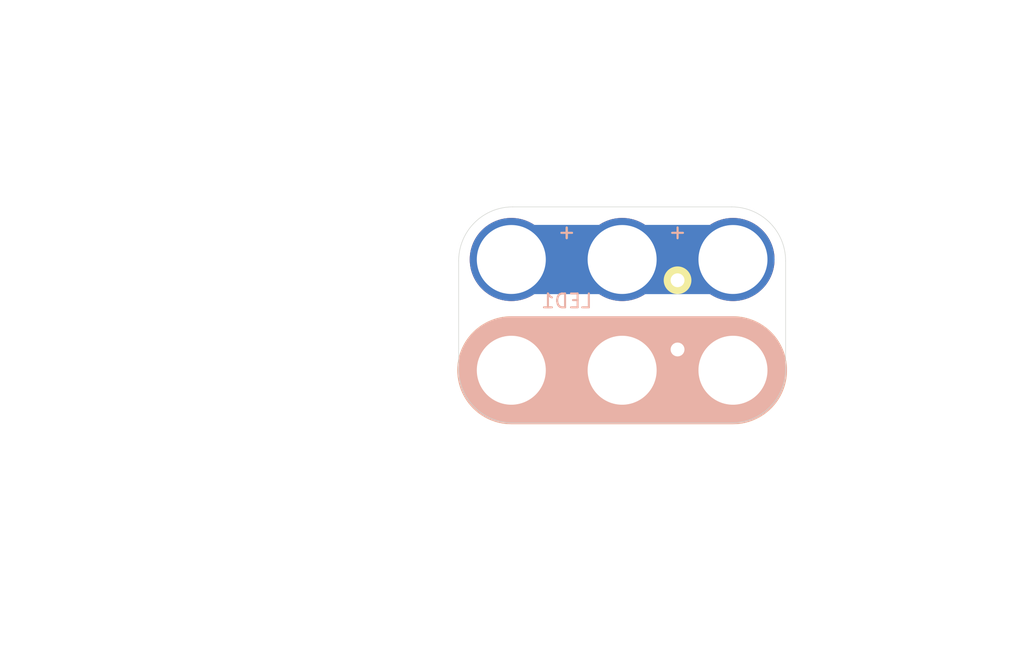
<source format=kicad_pcb>
(kicad_pcb (version 4) (host pcbnew 4.0.4+e1-6308~48~ubuntu16.04.1-stable)

  (general
    (links 6)
    (no_connects 6)
    (area 0 0 0 0)
    (thickness 1.6)
    (drawings 17)
    (tracks 0)
    (zones 0)
    (modules 1)
    (nets 3)
  )

  (page USLetter)
  (title_block
    (title "2x3 Magnet-compatible LED Module")
    (date "19 Dec 2016")
    (rev 1.0)
    (company "All rights reserved.")
    (comment 1 help@browndoggadgets.com)
    (comment 2 http://browndoggadgets.com/)
    (comment 3 "Brown Dog Gadgets")
  )

  (layers
    (0 F.Cu signal)
    (31 B.Cu signal)
    (34 B.Paste user)
    (35 F.Paste user)
    (36 B.SilkS user)
    (37 F.SilkS user)
    (38 B.Mask user)
    (39 F.Mask user)
    (44 Edge.Cuts user)
    (46 B.CrtYd user)
    (47 F.CrtYd user)
    (48 B.Fab user)
    (49 F.Fab user)
  )

  (setup
    (last_trace_width 0.254)
    (user_trace_width 0.1524)
    (user_trace_width 0.254)
    (user_trace_width 0.3302)
    (user_trace_width 0.508)
    (user_trace_width 0.762)
    (user_trace_width 1.27)
    (trace_clearance 0.254)
    (zone_clearance 0.508)
    (zone_45_only no)
    (trace_min 0.1524)
    (segment_width 0.1524)
    (edge_width 0.1524)
    (via_size 0.6858)
    (via_drill 0.3302)
    (via_min_size 0.6858)
    (via_min_drill 0.3302)
    (user_via 0.6858 0.3302)
    (user_via 0.762 0.4064)
    (user_via 0.8636 0.508)
    (uvia_size 0.6858)
    (uvia_drill 0.3302)
    (uvias_allowed no)
    (uvia_min_size 0)
    (uvia_min_drill 0)
    (pcb_text_width 0.1524)
    (pcb_text_size 1.016 1.016)
    (mod_edge_width 0.1524)
    (mod_text_size 1.016 1.016)
    (mod_text_width 0.1524)
    (pad_size 1.524 1.524)
    (pad_drill 0.762)
    (pad_to_mask_clearance 0.0762)
    (solder_mask_min_width 0.1016)
    (pad_to_paste_clearance -0.0762)
    (aux_axis_origin 0 0)
    (visible_elements FFFEDF7D)
    (pcbplotparams
      (layerselection 0x310fc_80000001)
      (usegerberextensions true)
      (excludeedgelayer true)
      (linewidth 0.100000)
      (plotframeref false)
      (viasonmask false)
      (mode 1)
      (useauxorigin false)
      (hpglpennumber 1)
      (hpglpenspeed 20)
      (hpglpendiameter 15)
      (hpglpenoverlay 2)
      (psnegative false)
      (psa4output false)
      (plotreference true)
      (plotvalue true)
      (plotinvisibletext false)
      (padsonsilk false)
      (subtractmaskfromsilk false)
      (outputformat 1)
      (mirror false)
      (drillshape 0)
      (scaleselection 1)
      (outputdirectory gerbers))
  )

  (net 0 "")
  (net 1 VCC)
  (net 2 GND)

  (net_class Default "This is the default net class."
    (clearance 0.254)
    (trace_width 0.254)
    (via_dia 0.6858)
    (via_drill 0.3302)
    (uvia_dia 0.6858)
    (uvia_drill 0.3302)
    (add_net GND)
    (add_net VCC)
  )

  (module Rewire_Circuits:LED-10MMD-5MMP-TH-2x3 (layer F.Cu) (tedit 58531CB3) (tstamp 58585658)
    (at 149.48 101.6)
    (descr "10mm LED 5mm pitch through hole center polarized")
    (path /58584EA3)
    (fp_text reference LED1 (at -4 -5 180) (layer B.SilkS)
      (effects (font (size 1 1) (thickness 0.15)) (justify mirror))
    )
    (fp_text value GREEN (at 4 -4) (layer F.Fab) hide
      (effects (font (size 1 1) (thickness 0.15)))
    )
    (fp_circle (center 4 -4) (end 8 1) (layer F.Fab) (width 0.04064))
    (fp_text user %R (at 0 -3.99) (layer F.Fab)
      (effects (font (size 1 1) (thickness 0.15)))
    )
    (fp_line (start 8 -8) (end -8 -8) (layer B.Mask) (width 5))
    (fp_line (start -8 0) (end 8 0) (layer F.SilkS) (width 7.8))
    (fp_text user + (at 4 -10) (layer F.SilkS)
      (effects (font (size 1 1) (thickness 0.15)))
    )
    (fp_text user + (at 4 -10) (layer B.SilkS)
      (effects (font (size 1 1) (thickness 0.15)) (justify mirror))
    )
    (fp_text user - (at 4 3) (layer F.SilkS)
      (effects (font (size 1 1) (thickness 0.15)))
    )
    (fp_line (start 8 -8) (end -8 -8) (layer B.Cu) (width 5))
    (fp_line (start 8 0) (end -8 0) (layer B.Mask) (width 5))
    (fp_line (start 8 0) (end -8 0) (layer B.Cu) (width 5))
    (fp_line (start 7.9 -11.8) (end -7.9 -11.8) (layer Edge.Cuts) (width 0.04064))
    (fp_line (start 7.9 3.8) (end -7.9 3.8) (layer Edge.Cuts) (width 0.04064))
    (fp_line (start 11.8 -0.1) (end 11.8 -7.9) (layer Edge.Cuts) (width 0.04064))
    (fp_line (start -11.8 -0.1) (end -11.8 -7.9) (layer Edge.Cuts) (width 0.04064))
    (fp_arc (start 7.9 -7.9) (end 7.9 -11.8) (angle 90) (layer Edge.Cuts) (width 0.04064))
    (fp_arc (start 7.9 -0.1) (end 11.8 -0.1) (angle 90) (layer Edge.Cuts) (width 0.04064))
    (fp_arc (start -7.9 -0.1) (end -7.9 3.8) (angle 90) (layer Edge.Cuts) (width 0.04064))
    (fp_arc (start -7.9 -7.9) (end -11.8 -7.9) (angle 90) (layer Edge.Cuts) (width 0.04064))
    (fp_line (start 7.9 -11.8) (end -7.9 -11.8) (layer F.Fab) (width 0.04064))
    (fp_line (start 7.9 3.8) (end -7.9 3.8) (layer F.Fab) (width 0.04064))
    (fp_line (start 11.8 -0.1) (end 11.8 -7.9) (layer F.Fab) (width 0.04064))
    (fp_line (start -11.8 -0.1) (end -11.8 -7.9) (layer F.Fab) (width 0.04064))
    (fp_arc (start 7.9 -7.9) (end 7.9 -11.8) (angle 90) (layer F.Fab) (width 0.04064))
    (fp_arc (start 7.9 -0.1) (end 11.8 -0.1) (angle 90) (layer F.Fab) (width 0.04064))
    (fp_arc (start -7.9 -0.1) (end -7.9 3.8) (angle 90) (layer F.Fab) (width 0.04064))
    (fp_arc (start -7.9 -7.9) (end -11.8 -7.9) (angle 90) (layer F.Fab) (width 0.04064))
    (fp_line (start -8 0) (end 8 0) (layer B.SilkS) (width 7.8))
    (fp_text user + (at -4 -10) (layer F.SilkS)
      (effects (font (size 1 1) (thickness 0.15)))
    )
    (fp_text user + (at -4 -10) (layer B.SilkS)
      (effects (font (size 1 1) (thickness 0.15)) (justify mirror))
    )
    (fp_text user + (at 4 -10) (layer F.Fab)
      (effects (font (size 1 1) (thickness 0.15)))
    )
    (fp_text user - (at 4 2) (layer F.Fab)
      (effects (font (size 1 1) (thickness 0.15)))
    )
    (pad + thru_hole circle (at 4 -6.5) (size 2 2) (drill 1.00076) (layers *.Cu *.Mask F.SilkS)
      (net 1 VCC))
    (pad - thru_hole circle (at 4 -1.5 270) (size 1.9 1.9) (drill 1.00076) (layers *.Cu *.Mask F.SilkS)
      (net 2 GND))
    (pad - thru_hole circle (at -8 0) (size 6 6) (drill 4.98) (layers *.Cu *.Mask)
      (net 2 GND))
    (pad + thru_hole circle (at -8 -8) (size 6 6) (drill 4.98) (layers *.Cu *.Mask)
      (net 1 VCC))
    (pad + thru_hole circle (at 8 -8) (size 6 6) (drill 4.98) (layers *.Cu *.Mask)
      (net 1 VCC))
    (pad - thru_hole circle (at 8 0) (size 6 6) (drill 4.98) (layers *.Cu *.Mask)
      (net 2 GND))
    (pad + thru_hole circle (at 0 -8) (size 6 6) (drill 4.98) (layers *.Cu *.Mask)
      (net 1 VCC))
    (pad - thru_hole circle (at 0 0) (size 6 6) (drill 4.98) (layers *.Cu *.Mask)
      (net 2 GND))
  )

  (gr_circle (center 117.348 76.962) (end 118.618 76.962) (layer Dwgs.User) (width 0.15))
  (gr_line (start 114.427 78.994) (end 114.427 74.93) (angle 90) (layer Dwgs.User) (width 0.15))
  (gr_line (start 120.269 78.994) (end 114.427 78.994) (angle 90) (layer Dwgs.User) (width 0.15))
  (gr_line (start 120.269 74.93) (end 120.269 78.994) (angle 90) (layer Dwgs.User) (width 0.15))
  (gr_line (start 114.427 74.93) (end 120.269 74.93) (angle 90) (layer Dwgs.User) (width 0.15))
  (gr_line (start 120.523 93.98) (end 104.648 93.98) (angle 90) (layer Dwgs.User) (width 0.15))
  (gr_line (start 173.355 102.235) (end 173.355 94.615) (angle 90) (layer Dwgs.User) (width 0.15))
  (gr_line (start 178.435 102.235) (end 173.355 102.235) (angle 90) (layer Dwgs.User) (width 0.15))
  (gr_line (start 178.435 94.615) (end 178.435 102.235) (angle 90) (layer Dwgs.User) (width 0.15))
  (gr_line (start 173.355 94.615) (end 178.435 94.615) (angle 90) (layer Dwgs.User) (width 0.15))
  (gr_line (start 109.093 123.19) (end 109.093 114.3) (angle 90) (layer Dwgs.User) (width 0.15))
  (gr_line (start 122.428 123.19) (end 109.093 123.19) (angle 90) (layer Dwgs.User) (width 0.15))
  (gr_line (start 122.428 114.3) (end 122.428 123.19) (angle 90) (layer Dwgs.User) (width 0.15))
  (gr_line (start 109.093 114.3) (end 122.428 114.3) (angle 90) (layer Dwgs.User) (width 0.15))
  (gr_line (start 104.648 93.98) (end 104.648 82.55) (angle 90) (layer Dwgs.User) (width 0.15))
  (gr_line (start 120.523 82.55) (end 120.523 93.98) (angle 90) (layer Dwgs.User) (width 0.15))
  (gr_line (start 104.648 82.55) (end 120.523 82.55) (angle 90) (layer Dwgs.User) (width 0.15))

)

</source>
